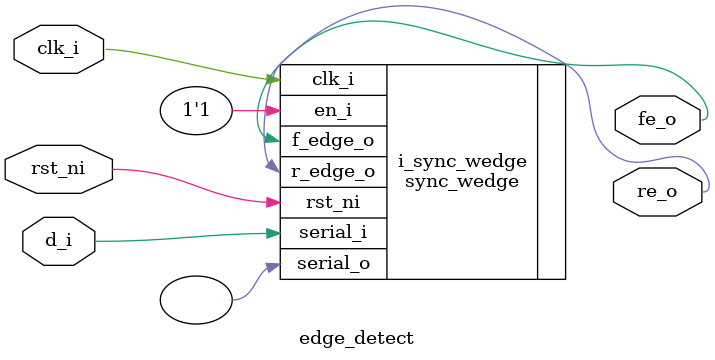
<source format=sv>


module edge_detect (
    input  logic clk_i,   // Clock
    input  logic rst_ni,  // Asynchronous reset active low
    input  logic d_i,     // data stream in
    output logic re_o,    // rising edge detected
    output logic fe_o     // falling edge detected
);

    sync_wedge i_sync_wedge (
        .clk_i    ( clk_i  ),
        .rst_ni   ( rst_ni ),
        .en_i     ( 1'b1   ),
        .serial_i ( d_i    ),
        .r_edge_o ( re_o   ),
        .f_edge_o ( fe_o   ),
        .serial_o (        )
    );

endmodule
</source>
